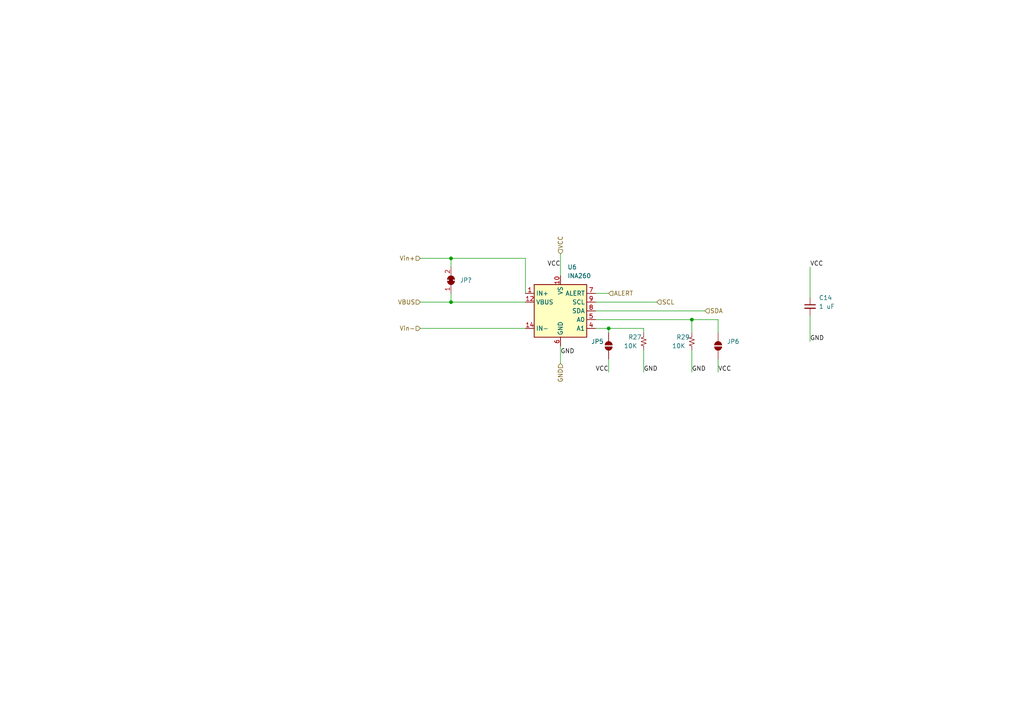
<source format=kicad_sch>
(kicad_sch (version 20211123) (generator eeschema)
  (paper "A4")
  (title_block (title "Console-Controller") (date "2022-12-15") (rev "A"))
  (lib_symbols
    (symbol "Dual-Mag-Camera-Control-rescue:C_Small-SPC-Control-rescue" (pin_numbers hide) (pin_names (offset 0.254) hide)
      (property "Reference" "C" (at 0.254 1.778 0))
      (property "Value" "C_Small-SPC-Control-rescue" (at 0.254 -2.032 0))
      (symbol "C_Small-SPC-Control-rescue_0_1"
        (polyline (pts (xy -1.524 -0.508) (xy 1.524 -0.508)) (stroke (width 0.3302)))
        (polyline (pts (xy -1.524 0.508) (xy 1.524 0.508)) (stroke (width 0.3048)))
      )
      (symbol "C_Small-SPC-Control-rescue_1_1"
        (pin passive line (at 0 2.54 270) (length 2.032) (name "~") (number "1"))
        (pin passive line (at 0 -2.54 90) (length 2.032) (name "~") (number "2"))
      )
    )
    (symbol "Dual-Mag-Camera-Control-rescue:Resistor_small-SPC-Control-rescue-DeathStar-rescue-BUMP-Control-rescue" (pin_numbers hide) (pin_names (offset 0))
      (property "Reference" "R" (at 2.032 0 90))
      (property "Value" "Resistor_small-SPC-Control-rescue-DeathStar-rescue-BUMP-Control-rescue" (at -2.032 0.254 90))
      (symbol "Resistor_small-SPC-Control-rescue-DeathStar-rescue-BUMP-Control-rescue_0_1"
        (polyline (pts (xy 0 1.27) (xy -0.762 1.016) (xy 0.762 0.508) (xy -0.762 0) (xy 0.762 -0.508) (xy -0.762 -1.016) (xy 0 -1.27)))
      )
      (symbol "Resistor_small-SPC-Control-rescue-DeathStar-rescue-BUMP-Control-rescue_1_1"
        (pin passive line (at 0 2.54 270) (length 1.27) (name "~") (number "1"))
        (pin passive line (at 0 -2.54 90) (length 1.27) (name "~") (number "2"))
      )
    )
    (symbol "Jumper:SolderJumper_2_Bridged" (pin_names (offset 0) hide)
      (property "Reference" "JP" (at 0 2.032 0))
      (property "Value" "SolderJumper_2_Bridged" (at 0 -2.54 0))
      (symbol "SolderJumper_2_Bridged_0_1"
        (rectangle (start -0.508 0.508) (end 0.508 -0.508) (fill (type outline)))
        (arc (start -0.254 1.016) (mid -1.27 0) (end -0.254 -1.016))
        (arc (start -0.254 1.016) (mid -1.27 0) (end -0.254 -1.016) (fill (type outline)))
        (polyline (pts (xy -0.254 1.016) (xy -0.254 -1.016)))
        (polyline (pts (xy 0.254 1.016) (xy 0.254 -1.016)))
        (arc (start 0.254 -1.016) (mid 1.27 0) (end 0.254 1.016))
        (arc (start 0.254 -1.016) (mid 1.27 0) (end 0.254 1.016) (fill (type outline)))
      )
      (symbol "SolderJumper_2_Bridged_1_1"
        (pin passive line (at -3.81 0 0) (length 2.54) (name "A") (number "1"))
        (pin passive line (at 3.81 0 180) (length 2.54) (name "B") (number "2"))
      )
    )
    (symbol "Jumper:SolderJumper_2_Open" (pin_numbers hide) (pin_names (offset 0) hide)
      (property "Reference" "JP" (at 0 2.032 0))
      (property "Value" "SolderJumper_2_Open" (at 0 -2.54 0))
      (symbol "SolderJumper_2_Open_0_1"
        (arc (start -0.254 1.016) (mid -1.27 0) (end -0.254 -1.016))
        (arc (start -0.254 1.016) (mid -1.27 0) (end -0.254 -1.016) (fill (type outline)))
        (polyline (pts (xy -0.254 1.016) (xy -0.254 -1.016)))
        (polyline (pts (xy 0.254 1.016) (xy 0.254 -1.016)))
        (arc (start 0.254 -1.016) (mid 1.27 0) (end 0.254 1.016))
        (arc (start 0.254 -1.016) (mid 1.27 0) (end 0.254 1.016) (fill (type outline)))
      )
      (symbol "SolderJumper_2_Open_1_1"
        (pin passive line (at -3.81 0 0) (length 2.54) (name "A") (number "1"))
        (pin passive line (at 3.81 0 180) (length 2.54) (name "B") (number "2"))
      )
    )
    (symbol "Sensor:INA260"
      (property "Reference" "U" (at -6.35 8.89 0))
      (property "Value" "INA260" (at 2.54 8.89 0))
      (symbol "INA260_0_1"
        (rectangle (start -7.62 7.62) (end 7.62 -7.62) (stroke (width 0.254)) (fill (type background)))
      )
      (symbol "INA260_1_1"
        (pin passive line (at -10.16 5.08 0) (length 2.54) (name "IN+") (number "1"))
        (pin power_in line (at 0 10.16 270) (length 2.54) (name "VS") (number "10"))
        (pin passive line (at 0 -10.16 90) (length 2.54) hide (name "GND") (number "11"))
        (pin passive line (at -10.16 2.54 0) (length 2.54) (name "VBUS") (number "12"))
        (pin no_connect line (at 2.54 -7.62 90) (length 2.54) hide (name "NC") (number "13"))
        (pin passive line (at -10.16 -5.08 0) (length 2.54) (name "IN-") (number "14"))
        (pin passive line (at -10.16 -5.08 0) (length 2.54) hide (name "IN-") (number "15"))
        (pin passive line (at -10.16 -5.08 0) (length 2.54) hide (name "IN-") (number "16"))
        (pin passive line (at -10.16 5.08 0) (length 2.54) hide (name "IN+") (number "2"))
        (pin passive line (at -10.16 5.08 0) (length 2.54) hide (name "IN+") (number "3"))
        (pin input line (at 10.16 -5.08 180) (length 2.54) (name "A1") (number "4"))
        (pin input line (at 10.16 -2.54 180) (length 2.54) (name "A0") (number "5"))
        (pin power_in line (at 0 -10.16 90) (length 2.54) (name "GND") (number "6"))
        (pin open_collector line (at 10.16 5.08 180) (length 2.54) (name "ALERT") (number "7"))
        (pin bidirectional line (at 10.16 0 180) (length 2.54) (name "SDA") (number "8"))
        (pin input line (at 10.16 2.54 180) (length 2.54) (name "SCL") (number "9"))
      )
    )
    (symbol "SolderJumper_2_Open_1" (pin_numbers hide) (pin_names (offset 0) hide)
      (property "Reference" "JP" (at 0 2.032 0))
      (property "Value" "SolderJumper_2_Open_1" (at 0 -2.54 0))
      (symbol "SolderJumper_2_Open_1_0_1"
        (arc (start -0.254 1.016) (mid -1.27 0) (end -0.254 -1.016))
        (arc (start -0.254 1.016) (mid -1.27 0) (end -0.254 -1.016) (fill (type outline)))
        (polyline (pts (xy -0.254 1.016) (xy -0.254 -1.016)))
        (polyline (pts (xy 0.254 1.016) (xy 0.254 -1.016)))
        (arc (start 0.254 -1.016) (mid 1.27 0) (end 0.254 1.016))
        (arc (start 0.254 -1.016) (mid 1.27 0) (end 0.254 1.016) (fill (type outline)))
      )
      (symbol "SolderJumper_2_Open_1_1_1"
        (pin passive line (at -3.81 0 0) (length 2.54) (name "A") (number "1"))
        (pin passive line (at 3.81 0 180) (length 2.54) (name "B") (number "2"))
      )
    )
  )
  (junction (at 200.66 92.71))
  (junction (at 130.81 74.93))
  (junction (at 176.53 95.25))
  (junction (at 130.81 87.63))
  (wire (pts (xy 172.72 87.63) (xy 190.5 87.63)))
  (wire (pts (xy 162.56 100.33) (xy 162.56 105.41)))
  (wire (pts (xy 200.66 92.71) (xy 200.66 96.52)))
  (wire (pts (xy 176.53 104.14) (xy 176.53 107.95)))
  (wire (pts (xy 172.72 95.25) (xy 176.53 95.25)))
  (wire (pts (xy 234.95 91.44) (xy 234.95 99.06)))
  (wire (pts (xy 208.28 92.71) (xy 208.28 96.52)))
  (wire (pts (xy 130.81 74.93) (xy 130.81 77.47)))
  (wire (pts (xy 152.4 74.93) (xy 152.4 85.09)))
  (wire (pts (xy 162.56 73.66) (xy 162.56 80.01)))
  (wire (pts (xy 121.92 95.25) (xy 152.4 95.25)))
  (wire (pts (xy 172.72 92.71) (xy 200.66 92.71)))
  (wire (pts (xy 186.69 101.6) (xy 186.69 107.95)))
  (wire (pts (xy 200.66 101.6) (xy 200.66 107.95)))
  (wire (pts (xy 121.92 87.63) (xy 130.81 87.63)))
  (wire (pts (xy 172.72 90.17) (xy 204.47 90.17)))
  (wire (pts (xy 130.81 87.63) (xy 152.4 87.63)))
  (wire (pts (xy 130.81 74.93) (xy 152.4 74.93)))
  (wire (pts (xy 130.81 85.09) (xy 130.81 87.63)))
  (wire (pts (xy 208.28 104.14) (xy 208.28 107.95)))
  (wire (pts (xy 234.95 77.47) (xy 234.95 86.36)))
  (wire (pts (xy 186.69 95.25) (xy 186.69 96.52)))
  (wire (pts (xy 121.92 74.93) (xy 130.81 74.93)))
  (wire (pts (xy 176.53 95.25) (xy 176.53 96.52)))
  (wire (pts (xy 200.66 92.71) (xy 208.28 92.71)))
  (wire (pts (xy 172.72 85.09) (xy 176.53 85.09)))
  (wire (pts (xy 176.53 95.25) (xy 186.69 95.25)))
  (label "VCC" (at 234.95 77.47 0))
  (label "GND" (at 234.95 99.06 0))
  (label "GND" (at 200.66 107.95 0))
  (label "VCC" (at 162.56 77.47 180))
  (label "VCC" (at 208.28 107.95 0))
  (label "GND" (at 186.69 107.95 0))
  (label "VCC" (at 176.53 107.95 180))
  (label "GND" (at 162.56 102.87 0))
  (hierarchical_label "VBUS" (shape input) (at 121.92 87.63 180))
  (hierarchical_label "ALERT" (shape input) (at 176.53 85.09 0))
  (hierarchical_label "GND" (shape input) (at 162.56 105.41 270))
  (hierarchical_label "VCC" (shape input) (at 162.56 73.66 90))
  (hierarchical_label "SCL" (shape input) (at 190.5 87.63 0))
  (hierarchical_label "Vin+" (shape input) (at 121.92 74.93 180))
  (hierarchical_label "Vin-" (shape input) (at 121.92 95.25 180))
  (hierarchical_label "SDA" (shape input) (at 204.47 90.17 0))
  (symbol (lib_name "SolderJumper_2_Open_1") (lib_id "Jumper:SolderJumper_2_Open") (at 208.28 100.33 90)
    (property "Reference" "JP6" (at 210.82 99.0599 90) (effects (justify right)))
    (property "Value" "SolderJumper_2_Open" (effects hide))
    (property "Footprint" "Jumper:SolderJumper-2_P1.3mm_Open_TrianglePad1.0x1.5mm" (effects hide))
  )
  (symbol (lib_id "Dual-Mag-Camera-Control-rescue:Resistor_small-SPC-Control-rescue-DeathStar-rescue-BUMP-Control-rescue") (at 200.66 99.06 0)
    (property "Reference" "R29" (at 198.12 97.79 0))
    (property "Value" "10K" (at 196.85 100.33 0))
    (property "Footprint" "Resistor_SMD:R_0603_1608Metric_Pad0.98x0.95mm_HandSolder" (effects hide))
    (property "Datasheet" "http://www.vishay.com/docs/28705/mcx0x0xpro.pdf" (effects hide))
    (property "Part Number" "MCT0603-10.0K-CFCT-ND" (effects hide))
    (property "Supplier" "Digikey" (effects hide))
    (property "Link" "https://www.digikey.com/product-detail/en/vishay-beyschlag/MCT06030C1002FP500/MCT0603-10.0K-CFCT-ND/2607933" (effects hide))
  )
  (symbol (lib_id "Dual-Mag-Camera-Control-rescue:C_Small-SPC-Control-rescue") (at 234.95 88.9 0)
    (property "Reference" "C14" (at 237.49 86.36 0) (effects (justify left)))
    (property "Value" "1 uF" (at 237.49 88.9 0) (effects (justify left)))
    (property "Footprint" "Capacitor_SMD:C_0805_2012Metric" (effects hide))
    (property "Datasheet" "https://www.yageo.com/upload/media/product/productsearch/datasheet/mlcc/UPY-GPHC_X7R_6.3V-to-50V_18.pdf" (effects hide))
    (property "Part Number" "311-3498-1-ND" (effects hide))
    (property "Supplier" "Digikey" (effects hide))
    (property "Link" "https://www.digikey.com/product-detail/en/yageo/CC0805JKX7R9BB105/311-3498-1-ND/7164519" (effects hide))
  )
  (symbol (lib_id "Jumper:SolderJumper_2_Open") (at 176.53 100.33 90)
    (property "Reference" "JP5" (at 171.45 99.06 90) (effects (justify right)))
    (property "Value" "SolderJumper_2_Open" (effects hide))
    (property "Footprint" "Jumper:SolderJumper-2_P1.3mm_Open_TrianglePad1.0x1.5mm" (effects hide))
  )
  (symbol (lib_id "Sensor:INA260") (at 162.56 90.17 0)
    (property "Reference" "U6" (at 164.5794 77.47 0) (effects (justify left)))
    (property "Value" "INA260" (at 164.5794 80.01 0) (effects (justify left)))
    (property "Footprint" "Package_SO:TSSOP-16_4.4x5mm_P0.65mm" (effects hide))
    (property "Datasheet" "http://www.ti.com/lit/ds/symlink/ina260.pdf" (effects hide))
  )
  (symbol (lib_id "Dual-Mag-Camera-Control-rescue:Resistor_small-SPC-Control-rescue-DeathStar-rescue-BUMP-Control-rescue") (at 186.69 99.06 0)
    (property "Reference" "R27" (at 184.15 97.79 0))
    (property "Value" "10K" (at 182.88 100.33 0))
    (property "Footprint" "Resistor_SMD:R_0603_1608Metric_Pad0.98x0.95mm_HandSolder" (effects hide))
    (property "Datasheet" "http://www.vishay.com/docs/28705/mcx0x0xpro.pdf" (effects hide))
    (property "Part Number" "MCT0603-10.0K-CFCT-ND" (effects hide))
    (property "Supplier" "Digikey" (effects hide))
    (property "Link" "https://www.digikey.com/product-detail/en/vishay-beyschlag/MCT06030C1002FP500/MCT0603-10.0K-CFCT-ND/2607933" (effects hide))
  )
  (symbol (lib_id "Jumper:SolderJumper_2_Bridged") (at 130.81 81.28 90)
    (property "Reference" "JP?" (at 133.35 81.28 90) (effects (justify right)))
    (property "Value" " " (at 133.35 82.5499 90) (effects (justify right)))
    (property "Footprint" "Jumper:SolderJumper-2_P1.3mm_Bridged_RoundedPad1.0x1.5mm" (effects hide))
  )
)
</source>
